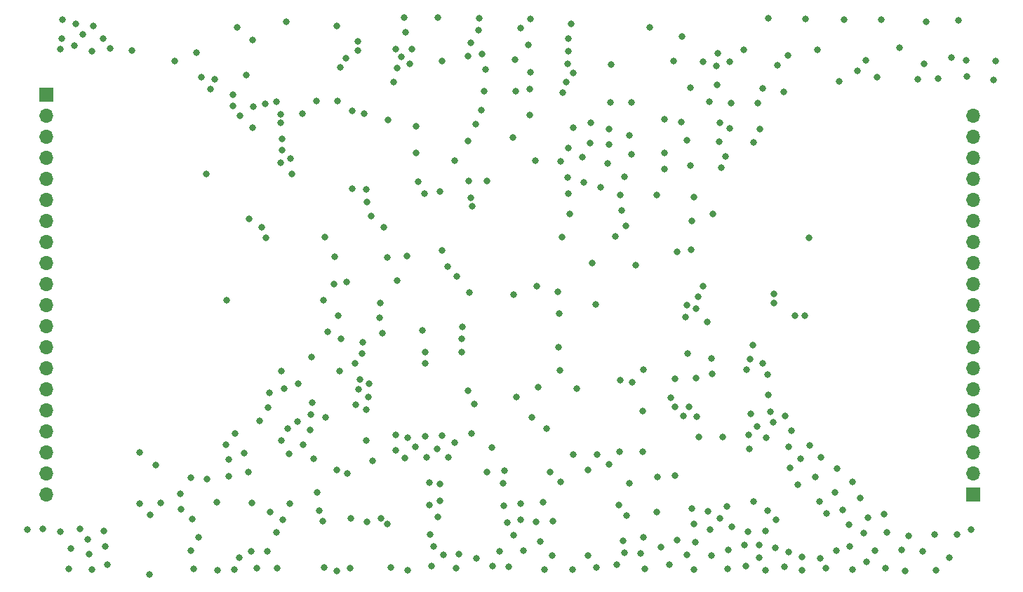
<source format=gbr>
%TF.GenerationSoftware,KiCad,Pcbnew,(6.0.6)*%
%TF.CreationDate,2023-08-16T17:32:26+09:00*%
%TF.ProjectId,TestBoard,54657374-426f-4617-9264-2e6b69636164,rev?*%
%TF.SameCoordinates,PX6c56600PY7f867c0*%
%TF.FileFunction,Soldermask,Bot*%
%TF.FilePolarity,Negative*%
%FSLAX46Y46*%
G04 Gerber Fmt 4.6, Leading zero omitted, Abs format (unit mm)*
G04 Created by KiCad (PCBNEW (6.0.6)) date 2023-08-16 17:32:26*
%MOMM*%
%LPD*%
G01*
G04 APERTURE LIST*
%ADD10R,1.700000X1.700000*%
%ADD11O,1.700000X1.700000*%
%ADD12C,0.800000*%
G04 APERTURE END LIST*
D10*
%TO.C,J3*%
X115900000Y10480000D03*
D11*
X115900000Y13020000D03*
X115900000Y15560000D03*
X115900000Y18100000D03*
X115900000Y20640000D03*
X115900000Y23180000D03*
X115900000Y25720000D03*
X115900000Y28260000D03*
X115900000Y30800000D03*
X115900000Y33340000D03*
X115900000Y35880000D03*
X115900000Y38420000D03*
X115900000Y40960000D03*
X115900000Y43500000D03*
X115900000Y46040000D03*
X115900000Y48580000D03*
X115900000Y51120000D03*
X115900000Y53660000D03*
X115900000Y56200000D03*
%TD*%
D10*
%TO.C,J4*%
X4090000Y58723800D03*
D11*
X4090000Y56183800D03*
X4090000Y53643800D03*
X4090000Y51103800D03*
X4090000Y48563800D03*
X4090000Y46023800D03*
X4090000Y43483800D03*
X4090000Y40943800D03*
X4090000Y38403800D03*
X4090000Y35863800D03*
X4090000Y33323800D03*
X4090000Y30783800D03*
X4090000Y28243800D03*
X4090000Y25703800D03*
X4090000Y23163800D03*
X4090000Y20623800D03*
X4090000Y18083800D03*
X4090000Y15543800D03*
X4090000Y13003800D03*
X4090000Y10463800D03*
%TD*%
D12*
X75220000Y38120000D03*
X69960000Y38380000D03*
X45220000Y39080000D03*
X16530000Y780000D03*
X16590000Y8010000D03*
X68089700Y23250900D03*
X28560000Y43760000D03*
X39080000Y67020000D03*
X51820000Y62760000D03*
X22150000Y63810000D03*
X19530000Y62790000D03*
X35000000Y56430000D03*
X44590000Y29950000D03*
X63270000Y35580000D03*
X60490000Y34590000D03*
X81170000Y31860000D03*
X82510000Y32920000D03*
X81350000Y33330000D03*
X82710000Y34340000D03*
X62500000Y67810000D03*
X56270000Y67910000D03*
X47240000Y68000000D03*
X51270000Y68040000D03*
X42410000Y56430000D03*
X32350000Y50510000D03*
X33740000Y49160000D03*
X33560000Y51030000D03*
X32498436Y52000252D03*
X32500000Y53410000D03*
X26570000Y57370000D03*
X28970000Y54750000D03*
X26554357Y58673576D03*
X27450000Y56150000D03*
X24420000Y60580000D03*
X23860000Y59410000D03*
X22740000Y60810000D03*
X14419641Y64071215D03*
X11740000Y64280000D03*
X5760000Y64200000D03*
X9567810Y63987563D03*
X7430000Y64660000D03*
X10948072Y65493303D03*
X8480000Y66000000D03*
X5970763Y65451477D03*
X6010000Y67790000D03*
X7640000Y67290000D03*
X9740000Y67000000D03*
X39570000Y62010000D03*
X40200000Y63120000D03*
X56620000Y63630000D03*
X46220000Y64220000D03*
X47890000Y62460000D03*
X46420000Y61930000D03*
X48140000Y64190000D03*
X46950000Y63320000D03*
X48650000Y54930000D03*
X49680000Y46730000D03*
X48900000Y48210000D03*
X48650000Y51720000D03*
X42650000Y47250000D03*
X42780000Y45720000D03*
X39310000Y32000000D03*
X44250000Y31810000D03*
X44380000Y33540000D03*
X54160000Y29230000D03*
X49790000Y27630000D03*
X42280000Y28850000D03*
X41360000Y26260000D03*
X39630000Y29240000D03*
X42194498Y27456523D03*
X36090000Y27010000D03*
X34441941Y23848912D03*
X31002904Y22714959D03*
X29790000Y19310000D03*
X32790000Y23200000D03*
X35980000Y20090000D03*
X33200000Y18430000D03*
X35040000Y16420000D03*
X33370000Y15360000D03*
X35930000Y18260000D03*
X36153514Y21549568D03*
X34370000Y19290000D03*
X32444930Y16948694D03*
X26840000Y17790000D03*
X30800000Y20960000D03*
X26075768Y14659568D03*
X26050000Y12620000D03*
X23430000Y12350000D03*
X25770000Y16420000D03*
X21670000Y7470000D03*
X21470000Y3640000D03*
X11400000Y2000000D03*
X11146522Y4175479D03*
X10979218Y6015828D03*
X9100000Y5010000D03*
X9600000Y1410000D03*
X9222520Y3255304D03*
X6800000Y1460000D03*
X8140000Y6270000D03*
X3660000Y6310000D03*
X7005736Y3924522D03*
X1819296Y6224959D03*
X5790000Y5930000D03*
X21534369Y12513018D03*
X20251702Y10505364D03*
X20307470Y8637130D03*
X28840000Y9450000D03*
X24740000Y1320000D03*
X22400000Y5310000D03*
X21870000Y1460000D03*
X26800000Y1400000D03*
X39150459Y1233276D03*
X45680000Y1600000D03*
X40770000Y1540000D03*
X37610000Y1630000D03*
X31890000Y1560000D03*
X29451843Y1540712D03*
X28800000Y3570000D03*
X30770000Y3600000D03*
X31870000Y5840000D03*
X32640000Y7390000D03*
X33460000Y9330000D03*
X86680000Y57720000D03*
X84970000Y59890000D03*
X81810000Y59580000D03*
X42730000Y7120000D03*
X40780000Y7600000D03*
X37430000Y7250000D03*
X36990000Y8520000D03*
X43450000Y14520000D03*
X40400000Y12970000D03*
X39160000Y13440000D03*
X43016945Y23794002D03*
X42960000Y22200000D03*
X42654452Y20670985D03*
X41399668Y21256551D03*
X41734277Y23124784D03*
X41900000Y24350000D03*
X54940000Y22990000D03*
X64420000Y18430000D03*
X57830000Y16120000D03*
X55720000Y21370000D03*
X55340000Y17820000D03*
X52620000Y14930000D03*
X53320000Y16720000D03*
X51790000Y17530000D03*
X49820869Y17441744D03*
X49990000Y14930000D03*
X47690000Y17270000D03*
X47350000Y14850000D03*
X51201131Y15936003D03*
X48570000Y16230000D03*
X46220000Y15810000D03*
X46270000Y17610000D03*
X51540000Y11710000D03*
X50280000Y11880000D03*
X51570000Y9650000D03*
X51290000Y7700000D03*
X50282750Y9203018D03*
X53840000Y3210000D03*
X50520000Y1840000D03*
X50410000Y5640000D03*
X50830000Y4210000D03*
X51970000Y3130000D03*
X53530000Y1590000D03*
X57880000Y1790000D03*
X55930000Y2710000D03*
X59890000Y1730000D03*
X58730000Y3600000D03*
X61660220Y3631914D03*
X64140000Y1400000D03*
X70420000Y1650000D03*
X67540000Y1350000D03*
X73820000Y3380000D03*
X72906734Y1943687D03*
X69470000Y3110000D03*
X65140000Y3040000D03*
X65210000Y7220000D03*
X59698091Y7096518D03*
X60450961Y5548952D03*
X61287483Y7431127D03*
X63169659Y7180171D03*
X63713399Y4754255D03*
X64048008Y9480608D03*
X61287483Y9313303D03*
X59280000Y9100000D03*
X59190000Y11800000D03*
X59380000Y13360000D03*
X57265299Y13162291D03*
X66110000Y11930000D03*
X64830000Y13130000D03*
X76010000Y15650000D03*
X71970000Y14060000D03*
X69430000Y13440000D03*
X73250000Y15650000D03*
X70491361Y15256698D03*
X67620000Y15280000D03*
X85340000Y7560000D03*
X79930000Y12720000D03*
X74410000Y11830000D03*
X74100000Y7930000D03*
X73151674Y9153570D03*
X77840000Y12580000D03*
X77750000Y8340000D03*
X82240000Y6890000D03*
X80210000Y4970000D03*
X76140000Y5280000D03*
X73630000Y4860000D03*
X75772778Y3325796D03*
X76270000Y1460000D03*
X79230000Y2020000D03*
X81350000Y3130000D03*
X78200000Y4130000D03*
X81990000Y8790000D03*
X82210000Y1350000D03*
X82350000Y4690000D03*
X84300000Y3050000D03*
X84160000Y6200000D03*
X83940000Y8400000D03*
X86228316Y8985741D03*
X88486927Y1819531D03*
X88320000Y4360000D03*
X86810000Y6530000D03*
X86367736Y3771417D03*
X86284084Y1512806D03*
X90830000Y1320000D03*
X95260000Y1290000D03*
X90100000Y2820000D03*
X90100000Y4380000D03*
X90830000Y6030000D03*
X88770000Y5920000D03*
X91070000Y8540000D03*
X115070000Y62860000D03*
X118590000Y62780000D03*
X118390119Y60461942D03*
X115680000Y6250000D03*
X105137178Y8074484D03*
X97460000Y2740000D03*
X93611766Y3463653D03*
X93140000Y1710000D03*
X95229043Y2878087D03*
X92070000Y3970000D03*
X103030000Y2300000D03*
X99390000Y3680000D03*
X98135919Y1543036D03*
X101020000Y4220000D03*
X101360000Y1380000D03*
X104033403Y3634343D03*
X105290000Y1540000D03*
X107300000Y3720000D03*
X107710000Y1250000D03*
X109850000Y3630000D03*
X111390000Y1330000D03*
X113067847Y2839646D03*
X113990000Y5600000D03*
X111269323Y5600171D03*
X108090537Y5474692D03*
X102740000Y5810000D03*
X105460000Y5890000D03*
X103200000Y7650000D03*
X100938270Y6813128D03*
X98220000Y8150000D03*
X100190000Y8570000D03*
X102320000Y9990000D03*
X65880000Y28250000D03*
X65970000Y32300000D03*
X99240000Y10730000D03*
X101340000Y12010000D03*
X97350000Y9640000D03*
X96874609Y12598317D03*
X99500000Y13600000D03*
X94760000Y11650000D03*
X95120000Y14750000D03*
X97520000Y14910000D03*
X93780000Y13660000D03*
X93640000Y16200000D03*
X96150000Y16390000D03*
X90955160Y17327415D03*
X93185887Y19920635D03*
X93970000Y18160000D03*
X91790000Y19170000D03*
X88890000Y15990000D03*
X88835970Y17662024D03*
X89840000Y18640000D03*
X91480000Y20420000D03*
X82785124Y17383184D03*
X85690000Y17380000D03*
X89086927Y20171592D03*
X91210000Y22460000D03*
X91100000Y24890000D03*
X89300000Y28490000D03*
X88600000Y25510000D03*
X82590000Y19870000D03*
X80910000Y19930000D03*
X81639714Y21045622D03*
X79970000Y21050000D03*
X79440000Y22160000D03*
X90520000Y26300000D03*
X89010000Y26800000D03*
X83810000Y31240000D03*
X81470000Y27490000D03*
X79920000Y24420000D03*
X84390000Y24980000D03*
X84350000Y26910000D03*
X73290000Y24210000D03*
X74740000Y24020000D03*
X76130000Y25510000D03*
X63430000Y23370000D03*
X66050000Y25470000D03*
X54180000Y27640000D03*
X54260000Y30680000D03*
X53570000Y36740000D03*
X52480000Y37930000D03*
X66280000Y41540000D03*
X81970432Y43491942D03*
X84510000Y44350000D03*
X85510000Y49910000D03*
X82220000Y46370000D03*
X60700000Y59120000D03*
X62370956Y59395566D03*
X62450000Y61400000D03*
X62210000Y64700000D03*
X61290000Y66750000D03*
X56180000Y66500000D03*
X54970000Y63370000D03*
X57093247Y61789108D03*
X56930000Y59140000D03*
X56563449Y56881509D03*
X55920000Y55150000D03*
X66100000Y50650000D03*
X72750000Y41610000D03*
X67020000Y46800000D03*
X73970000Y42870000D03*
X73510000Y44710000D03*
X73340000Y46590000D03*
X78650000Y55750000D03*
X78690000Y49730000D03*
X78650000Y51690000D03*
X68950000Y48090000D03*
X73840000Y48780000D03*
X67030000Y52260000D03*
X66380000Y58930000D03*
X67640000Y61290000D03*
X66990000Y62390000D03*
X67067053Y63966244D03*
X67390000Y67290000D03*
X84910000Y62190000D03*
X89950000Y57700000D03*
X92267313Y62277507D03*
X93580000Y63480000D03*
X86520000Y62670000D03*
X85128988Y63727480D03*
X83344406Y62723653D03*
X114150000Y67700000D03*
X104860000Y67780000D03*
X100300000Y67740000D03*
X109250000Y60550000D03*
X89430000Y52980000D03*
X93070000Y59040000D03*
X85330000Y55280000D03*
X85300000Y53010000D03*
X81750000Y50130000D03*
X81370000Y53220000D03*
X80700000Y55400000D03*
X95670000Y67820000D03*
X91160000Y67900000D03*
X80780000Y65770000D03*
X55270000Y64980000D03*
X66810000Y60250000D03*
X67030000Y65470000D03*
X69741030Y55355125D03*
X74467382Y53807558D03*
X74718339Y51548947D03*
X71830000Y50380000D03*
X70995814Y47491813D03*
X66980000Y48700000D03*
X69657378Y52887383D03*
X68779029Y51130686D03*
X71999641Y52678253D03*
X71999641Y54560428D03*
X67690000Y54730000D03*
X90150000Y54600000D03*
X86011393Y51214338D03*
X86555133Y54644081D03*
X90528615Y59454085D03*
X101930000Y61580000D03*
X104327856Y60853855D03*
X99726982Y60351942D03*
X102933652Y62861509D03*
X111658518Y60626348D03*
X115115885Y60875997D03*
X113290000Y63210000D03*
X109970000Y62400000D03*
X62411100Y56280200D03*
X60363100Y53580000D03*
X27127100Y66832800D03*
X72209400Y62314900D03*
X81884000Y39972500D03*
X29048250Y57281750D03*
X30610000Y41410000D03*
X30020000Y42710000D03*
X28225000Y61105000D03*
X54945800Y53133300D03*
X45265000Y55663500D03*
X44789300Y42695700D03*
X55106600Y34852800D03*
X47581800Y39232500D03*
X65812500Y34892400D03*
X15310000Y9330000D03*
X15310000Y15550000D03*
X17900000Y9420000D03*
X17260000Y14020000D03*
X55500400Y45251400D03*
X46407400Y36242700D03*
X67257500Y44272600D03*
X51794500Y39898000D03*
X40957300Y56786700D03*
X32308900Y55278700D03*
X27380000Y2840000D03*
X38828300Y39174500D03*
X70378300Y33394700D03*
X63052500Y50741800D03*
X55295000Y46287600D03*
X43292500Y44093200D03*
X55045400Y48270000D03*
X53346300Y50751800D03*
X38044100Y30101100D03*
X40960400Y47322000D03*
X92122700Y7364900D03*
X77740800Y46628600D03*
X88250700Y64141400D03*
X91860000Y33590000D03*
X32365100Y56294800D03*
X37720000Y41480000D03*
X110270900Y67549100D03*
X76880000Y66866000D03*
X83355100Y35578900D03*
X28420000Y13189100D03*
X41647300Y64039400D03*
X36746100Y10738900D03*
X89410000Y9580000D03*
X82450000Y24485000D03*
X80207500Y39732500D03*
X74699800Y57811300D03*
X36702700Y57934900D03*
X40311600Y36092400D03*
X97120400Y64130300D03*
X72100200Y57811300D03*
X91881001Y34621001D03*
X39241300Y57934900D03*
X47418200Y66252100D03*
X84103500Y57868100D03*
X94410000Y31996700D03*
X23370000Y49170000D03*
X28970000Y65310000D03*
X44493500Y7585600D03*
X49485000Y30245000D03*
X60810100Y22223500D03*
X30460000Y57635500D03*
X107053200Y64364900D03*
X79717200Y62745700D03*
X95560000Y31996700D03*
X37540600Y33924700D03*
X31852300Y57842500D03*
X60663300Y62964800D03*
X62696200Y19781400D03*
X76009400Y20544400D03*
X31043700Y8298600D03*
X37756800Y19740500D03*
X96060000Y41460900D03*
X39440000Y25378100D03*
X25846900Y33862000D03*
X42640000Y17001900D03*
X33000000Y67514700D03*
X49760000Y26290000D03*
X38807000Y35875000D03*
X24666900Y9490000D03*
X27902800Y15448400D03*
X36320000Y14724000D03*
X41648300Y65137900D03*
X51532300Y47019700D03*
X45218700Y6850000D03*
X47638700Y1295000D03*
X57254700Y48329300D03*
X32426400Y25321600D03*
X45970500Y60245000D03*
M02*

</source>
